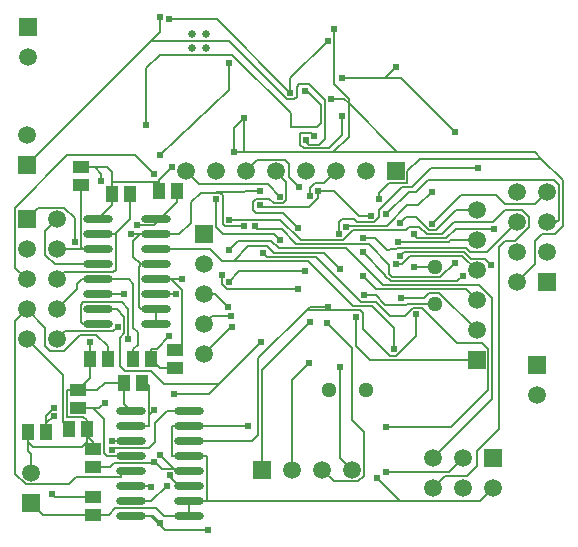
<source format=gbl>
%FSAX24Y24*%
%MOIN*%
G70*
G01*
G75*
G04 Layer_Physical_Order=2*
G04 Layer_Color=16711680*
%ADD10R,0.0177X0.0118*%
%ADD11R,0.0118X0.0177*%
%ADD12O,0.0118X0.0709*%
%ADD13O,0.0709X0.0118*%
%ADD14R,0.0197X0.0925*%
%ADD15R,0.0925X0.0984*%
%ADD16R,0.0591X0.0591*%
%ADD17R,0.0551X0.0433*%
%ADD18R,0.1024X0.0945*%
%ADD19R,0.0433X0.0551*%
%ADD20R,0.0866X0.0787*%
%ADD21R,0.0236X0.0126*%
%ADD22R,0.0126X0.0236*%
%ADD23O,0.0354X0.0118*%
%ADD24O,0.0118X0.0354*%
%ADD25R,0.1024X0.1024*%
%ADD26O,0.0591X0.0236*%
%ADD27C,0.0080*%
%ADD28R,0.0591X0.0591*%
%ADD29C,0.0591*%
%ADD30C,0.0512*%
%ADD31C,0.0240*%
%ADD32C,0.0260*%
%ADD33O,0.0984X0.0276*%
D16*
X033450Y043600D02*
D03*
X029000Y033650D02*
D03*
X036700Y034050D02*
D03*
D17*
X026100Y037055D02*
D03*
Y037645D02*
D03*
X022950Y043745D02*
D03*
Y043155D02*
D03*
X023350Y034345D02*
D03*
Y033755D02*
D03*
Y032155D02*
D03*
Y032745D02*
D03*
X022850Y036295D02*
D03*
Y035705D02*
D03*
D19*
X021205Y034900D02*
D03*
X021795D02*
D03*
X024005Y042850D02*
D03*
X024595D02*
D03*
X023145Y035000D02*
D03*
X022555D02*
D03*
X023255Y037350D02*
D03*
X023845D02*
D03*
X025295D02*
D03*
X024705D02*
D03*
X025555Y042950D02*
D03*
X026145D02*
D03*
X024405Y036550D02*
D03*
X024995D02*
D03*
D27*
X028920Y042400D02*
X030550D01*
X033600Y032600D02*
X036250D01*
X027150D02*
X033600D01*
X024630Y041500D02*
X024923D01*
X025585Y042000D02*
X026145Y042560D01*
X025385Y041800D02*
X025585Y042000D01*
X022354Y035236D02*
X022555D01*
X024280Y033420D02*
Y033600D01*
X024100Y041500D02*
X024120D01*
X024995Y036490D02*
X025220D01*
Y035460D02*
Y036490D01*
X026340Y037645D02*
Y039630D01*
X025970Y040000D02*
X026340D01*
X025465D02*
X025970D01*
X022150Y041000D02*
X023040D01*
X025600Y034130D02*
X026060Y033670D01*
X024045Y033870D02*
X025460D01*
X023360Y035705D02*
X023575D01*
X025290Y047940D02*
X025590Y048240D01*
X028049Y040619D02*
X030541D01*
X030490Y038990D02*
X032261D01*
X030490D02*
X030580Y039080D01*
X033110Y046710D02*
X033630D01*
X025280Y032100D02*
X025750Y031630D01*
X025280Y032100D02*
X025359D01*
X027560Y036520D02*
X028960Y037920D01*
X027220Y036180D02*
X027560Y036520D01*
X031880Y045860D02*
Y046010D01*
Y044750D02*
Y045860D01*
X033510Y044230D01*
X031730Y046010D02*
X031880Y045860D01*
X038310Y044010D02*
X039020Y043300D01*
X038090Y044230D02*
X038310Y044010D01*
X031360Y044230D02*
X033510D01*
X028060D02*
X028400D01*
X025555Y043230D02*
Y043300D01*
Y042950D02*
Y043230D01*
X023415Y043745D02*
X023839D01*
X024005Y043230D02*
X025555D01*
X024005D02*
Y043580D01*
X023145Y034560D02*
Y034775D01*
X022985Y034400D02*
X023145Y034560D01*
X021205D02*
Y034900D01*
Y034265D02*
Y034560D01*
X021695Y032155D02*
X023350D01*
X021300Y032550D02*
X021695Y032155D01*
X026630Y041890D02*
Y042560D01*
X026950Y042880D01*
X028920Y042950D01*
Y042400D02*
Y042470D01*
X030550Y042400D02*
X030870Y042720D01*
Y042930D01*
X024612Y041518D02*
X024630Y041500D01*
X024960Y040500D02*
X025465D01*
X024880Y040420D02*
X024960Y040500D01*
X024880Y039080D02*
Y040420D01*
Y039080D02*
X024960Y039000D01*
X025465D01*
X026145Y042560D02*
Y042950D01*
X025465Y042000D02*
X025585D01*
X024830Y041800D02*
X025385D01*
X024042Y038272D02*
X024190Y038420D01*
X022422Y038272D02*
X024042D01*
X022150Y038000D02*
X022422Y038272D01*
X023990Y034310D02*
X024050Y034370D01*
X025240D01*
X025430Y034560D01*
Y035200D01*
X025830Y035600D01*
X026565D01*
X024280Y033600D02*
X024635D01*
X022810Y033420D02*
X024280D01*
X022550Y033160D02*
X022810Y033420D01*
X021120Y033160D02*
X022550D01*
X020760Y033520D02*
X021120Y033160D01*
X020760Y033520D02*
Y038610D01*
X021150Y039000D01*
X024120Y040320D02*
Y041500D01*
X024030Y040230D02*
X024120Y040320D01*
X022380Y040230D02*
X024030D01*
X022150Y040000D02*
X022380Y040230D01*
X024595Y041995D02*
Y042850D01*
X024100Y041500D02*
X024595Y041995D01*
X023535Y041500D02*
X024100D01*
X021795Y034900D02*
Y035201D01*
Y035455D01*
X022050Y035710D01*
X023990Y034600D02*
X024635D01*
X021795Y035201D02*
X022050Y035455D01*
X026060Y033670D02*
X026130Y033600D01*
X025660Y033670D02*
X026060D01*
X025390Y033900D02*
X025460Y033870D01*
X025140Y045130D02*
Y047040D01*
X025590Y047490D01*
X028010D01*
X029970Y045530D01*
Y045070D02*
Y045530D01*
Y045070D02*
X030818D01*
X030948Y045200D01*
Y045812D01*
X030490Y046270D02*
X030948Y045812D01*
X030440Y046270D02*
X030490D01*
X025460Y033870D02*
X025660Y033670D01*
X023930Y033755D02*
X024045Y033870D01*
X023350Y033755D02*
X023930D01*
X026130Y033600D02*
X026565D01*
X030470Y044580D02*
Y044650D01*
Y044580D02*
X030560Y044490D01*
X030880D01*
X031078Y044688D01*
Y045972D01*
X030550Y046500D02*
X031078Y045972D01*
X030240Y046500D02*
X030550D01*
X030150Y046410D02*
X030240Y046500D01*
X030150Y046080D02*
Y046410D01*
X030070Y046000D02*
X030150Y046080D01*
X029840Y046000D02*
X030070D01*
X027900Y047940D02*
X029840Y046000D01*
X025290Y047940D02*
X027900D01*
X021150Y043800D02*
X025290Y047940D01*
X035670Y040780D02*
X036150Y040300D01*
X033916Y040780D02*
X035670D01*
X033656Y040520D02*
X033916Y040780D01*
X033450Y040520D02*
X033656D01*
X035450Y041690D02*
X036740D01*
X035140Y041380D02*
X035450Y041690D01*
X034170Y041380D02*
X035140D01*
X034050Y041500D02*
X034170Y041380D01*
X031610Y034040D02*
X032000Y033650D01*
X031610Y034040D02*
Y037090D01*
X030000Y036650D02*
X030570Y037220D01*
X030000Y033650D02*
Y036650D01*
X027330Y038780D02*
X027970D01*
X027050Y038500D02*
X027330Y038780D01*
X032360Y040120D02*
X032810Y039670D01*
X035780D01*
X036150Y039300D01*
X034670Y041850D02*
X035630Y042810D01*
X036810D01*
X037110Y042510D01*
X038110D01*
X038500Y042900D01*
X029390Y041520D02*
X029610Y041300D01*
X027680Y041520D02*
X029390D01*
X027450Y041750D02*
X027680Y041520D01*
X027450Y041750D02*
Y042670D01*
X029900Y043410D02*
X030240Y043070D01*
X029900Y043410D02*
Y043850D01*
X029760Y043990D02*
X029900Y043850D01*
X028840Y043990D02*
X029760D01*
X028450Y043600D02*
X028840Y043990D01*
X033590Y041860D02*
X033790Y042060D01*
X034140D01*
X034560Y041640D01*
X034800D01*
X035460Y042300D01*
X036150D01*
X033600Y040776D02*
X033734Y040910D01*
X035740D01*
X035960Y040690D01*
X036420D01*
X036630Y040480D01*
X034050Y040410D02*
X034750D01*
X038500Y041900D02*
X038800D01*
X038890Y041990D01*
Y043140D01*
X038720Y043310D02*
X038890Y043140D01*
X034531Y043310D02*
X038720D01*
X034135Y042915D02*
X034531Y043310D01*
X033885Y042915D02*
X034135D01*
X033130Y042160D02*
X033885Y042915D01*
X036510Y040910D02*
X037500Y041900D01*
X035925Y040910D02*
X036510D01*
X035795Y041040D02*
X035925Y040910D01*
X033580Y041040D02*
X035795D01*
X033154Y040986D02*
X033580Y041040D01*
X032750Y041390D02*
X033154Y040986D01*
X032360Y041390D02*
X032750D01*
X031056Y040880D02*
X031586Y040350D01*
X029379Y040880D02*
X031056D01*
X029147Y041112D02*
X029379Y040880D01*
X028542Y041112D02*
X029147D01*
X028049Y040619D02*
X028542Y041112D01*
X027654Y040619D02*
X028049D01*
X027273Y041000D02*
X027654Y040619D01*
X025465Y041000D02*
X027273D01*
X030541Y040619D02*
X032040Y039120D01*
X032657D01*
X033400Y038377D01*
Y037680D02*
Y038377D01*
X028870Y037370D02*
X030490Y038990D01*
X032261D02*
X032371Y038880D01*
Y038329D02*
Y038880D01*
Y038329D02*
X033270Y037430D01*
X033460D01*
X034130Y038100D01*
Y038840D01*
X025920Y033415D02*
Y033460D01*
Y033415D02*
X026235Y033100D01*
X026565D01*
X025465Y039500D02*
X026113D01*
X034631Y043710D02*
X036200D01*
X033986Y043064D02*
X034631Y043710D01*
X033654Y043064D02*
X033986D01*
X032910Y042320D02*
X033654Y043064D01*
X032910Y042080D02*
Y042320D01*
X032740Y041910D02*
X032910Y042080D01*
X032146Y041910D02*
X032740D01*
X032052Y042005D02*
X032146Y041910D01*
X031655Y042005D02*
X032052D01*
X031570Y041920D02*
X031655Y042005D01*
X031570Y041510D02*
Y041920D01*
X028228Y040260D02*
X030430D01*
X027888Y039920D02*
X028228Y040260D01*
X033130Y035070D02*
X035305D01*
X036535Y036300D01*
Y037675D01*
X036320Y037890D02*
X036535Y037675D01*
X035500Y037890D02*
X036320D01*
X034340Y039050D02*
X035500Y037890D01*
X034030Y039050D02*
X034340D01*
X033760Y038780D02*
X034030Y039050D01*
X033270Y038780D02*
X033760D01*
X032800Y039250D02*
X033270Y038780D01*
X032280Y039250D02*
X032800D01*
X030780Y040750D02*
X032280Y039250D01*
X029170Y040750D02*
X030780D01*
X029030Y040890D02*
X029170Y040750D01*
X027910Y041970D02*
X029610D01*
X030280Y041300D01*
X031685D01*
X032035Y041650D01*
X033800D01*
X033902Y041752D01*
X034240D01*
X034482Y041510D01*
X035010D01*
X035410Y041910D01*
X036690D01*
X037100Y042320D01*
X037650D01*
X037890Y042080D01*
Y041740D02*
Y042080D01*
X037440Y041290D02*
X037890Y041740D01*
X037110Y041290D02*
X037440D01*
X036880Y041060D02*
X037110Y041290D01*
X036880Y035000D02*
Y041060D01*
X036160Y034280D02*
X036880Y035000D01*
X036160Y033760D02*
Y034280D01*
X035840Y033440D02*
X036160Y033760D01*
X035090Y033440D02*
X035840D01*
X034700Y033050D02*
X035090Y033440D01*
X033630Y046710D02*
X035420Y044920D01*
X028750Y041760D02*
X028844Y041666D01*
X029648D01*
X030144Y041170D01*
X032555D01*
X033240Y040485D01*
Y040160D02*
Y040485D01*
Y040160D02*
X033340Y040060D01*
X034940D01*
X035430Y040550D01*
X023535Y039500D02*
X024400D01*
X025555Y043300D02*
X026007Y043753D01*
X024405Y035831D02*
Y036550D01*
Y035831D02*
X024635Y035600D01*
X025480Y037680D02*
X025900Y038100D01*
X025295Y037680D02*
X025480D01*
X025295Y037350D02*
Y037680D01*
X025591Y037055D02*
X026100D01*
X025295Y037350D02*
X025591Y037055D01*
X021205Y034265D02*
X021300Y034170D01*
Y033550D02*
Y034170D01*
X023255Y036700D02*
Y037350D01*
X022850Y036295D02*
X023255Y036700D01*
X023839Y043745D02*
X024005Y043580D01*
Y042469D02*
Y042850D01*
X023535Y042000D02*
X024005Y042469D01*
X022950Y043745D02*
X023415D01*
X023640Y043520D01*
Y043265D02*
Y043520D01*
X032910Y042660D02*
Y042880D01*
X033240Y043210D01*
X033840D01*
Y043600D01*
X034250Y044010D01*
X038310D01*
X038110Y040510D02*
Y041280D01*
X037500Y039900D02*
X038110Y040510D01*
X031390Y046500D02*
Y048353D01*
Y046500D02*
X031880Y046010D01*
X031360Y044230D02*
X031880Y044750D01*
X028400Y044230D02*
X031360D01*
X028400D02*
Y045380D01*
X027880Y046310D02*
Y047200D01*
X025610Y044150D02*
X027880Y046310D01*
X034700Y034050D02*
X036665Y036015D01*
Y039360D01*
X036225Y039800D02*
X036665Y039360D01*
X033022Y039800D02*
X036225D01*
X031782Y041040D02*
X033022Y039800D01*
X029560Y041040D02*
X031782D01*
X029310Y041290D02*
X029560Y041040D01*
X028211Y041290D02*
X029310D01*
X027910Y040989D02*
X028211Y041290D01*
X032221Y042120D02*
X032620D01*
X031411Y042930D02*
X032221Y042120D01*
X030870Y042930D02*
X031411D01*
X031810Y041730D02*
X031860Y041780D01*
X033150D01*
X033830Y042460D01*
X034210D01*
X034655Y042905D01*
X023845Y037350D02*
Y037760D01*
X023470Y038135D02*
X023845Y037760D01*
X022925Y038135D02*
X023470D01*
X022400Y037610D02*
X022925Y038135D01*
X021920Y037610D02*
X022400D01*
X021760Y037770D02*
X021920Y037610D01*
X021760Y037770D02*
Y038390D01*
X021150Y039000D02*
X021760Y038390D01*
X025740Y036520D02*
X027560D01*
X025310Y036950D02*
X025740Y036520D01*
X024430Y036950D02*
X025310D01*
X024260Y037120D02*
X024430Y036950D01*
X024260Y037120D02*
Y038058D01*
X024408Y038206D01*
Y038752D01*
X024160Y039000D02*
X024408Y038752D01*
X023535Y039000D02*
X024160D01*
X024635Y033100D02*
X025250D01*
X025290Y033060D01*
X025359Y032100D02*
X025589Y031870D01*
X024538Y038020D02*
Y039012D01*
X024320Y039230D02*
X024538Y039012D01*
X023040Y039230D02*
X024320D01*
X022950Y039140D02*
X023040Y039230D01*
X022950Y038590D02*
Y039140D01*
Y038590D02*
X023040Y038500D01*
X023535D01*
Y040000D02*
X024545D01*
X024705Y039840D01*
Y038375D02*
Y039840D01*
Y038375D02*
X024850Y038230D01*
Y037810D02*
Y038230D01*
X024705Y037665D02*
X024850Y037810D01*
X024705Y037350D02*
Y037665D01*
X024703Y040757D02*
X024960Y040500D01*
X024703Y040757D02*
Y041280D01*
X024923Y041500D01*
X025465D01*
X028060Y044230D02*
Y045040D01*
X028400Y045380D01*
X031290Y046010D02*
X031730D01*
X033510Y044230D02*
X038090D01*
X039020Y041760D02*
Y043300D01*
X038340Y041510D02*
X038770D01*
X038110Y041280D02*
X038340Y041510D01*
X038770D02*
X039020Y041760D01*
X027840Y039670D02*
X030210D01*
X027670Y039840D02*
X027840Y039670D01*
X027670Y039840D02*
Y040130D01*
X031670Y046710D02*
X033110D01*
X033460Y047060D01*
X030640Y044860D02*
X030740Y044760D01*
X030260Y044860D02*
X030640D01*
X030260Y044480D02*
Y044860D01*
Y044480D02*
X030380Y044360D01*
X031230D01*
X031670Y044800D01*
Y045455D01*
X035270Y041300D02*
X036150D01*
X035220Y041250D02*
X035270Y041300D01*
X033530Y041250D02*
X035220D01*
X026450Y043600D02*
X026890Y043160D01*
X029180D01*
X029600Y042740D01*
X029450Y043600D02*
X029810Y043240D01*
Y042640D02*
Y043240D01*
X029700Y042530D02*
X029810Y042640D01*
X029390Y042530D02*
X029700D01*
X029240Y042680D02*
X029390Y042530D01*
X028800Y042680D02*
X029240D01*
X028710Y042590D02*
X028800Y042680D01*
X028710Y042310D02*
Y042590D01*
Y042310D02*
X028800Y042220D01*
X029698D01*
X030208Y041710D01*
X027760Y041760D02*
X028400D01*
X027680Y041840D02*
X027760Y041760D01*
X027680Y041840D02*
Y042800D01*
X027600Y042880D02*
X027680Y042800D01*
X026950Y042880D02*
X027600D01*
X026240Y041500D02*
X026630Y041890D01*
X025465Y041500D02*
X026240D01*
X034910Y039540D02*
X036150Y038300D01*
X034570Y039540D02*
X034910D01*
X034391Y039361D02*
X034570Y039540D01*
X033630Y039361D02*
X034391D01*
X032360Y040900D02*
X033110Y040150D01*
Y040100D02*
Y040150D01*
Y040100D02*
X033280Y039930D01*
X035500D01*
X035690Y040120D01*
X030580Y039080D02*
X031180D01*
X028870Y034810D02*
Y037370D01*
X028660Y034600D02*
X028870Y034810D01*
X026565Y034600D02*
X028660D01*
X031155Y038545D02*
X031990Y037710D01*
Y035320D02*
Y037710D01*
Y035320D02*
X032390Y034920D01*
Y033440D02*
Y034920D01*
X032210Y033260D02*
X032390Y033440D01*
X031390Y033260D02*
X032210D01*
X031000Y033650D02*
X031390Y033260D01*
X032600Y037300D02*
X036150D01*
X032140Y037760D02*
X032600Y037300D01*
X032140Y037760D02*
Y038740D01*
X033850Y039190D02*
X034750D01*
X033790Y039130D02*
X033850Y039190D01*
X033110Y039130D02*
X033790D01*
X032780Y039460D02*
X033110Y039130D01*
X032380Y039460D02*
X032780D01*
X031060Y043210D02*
X031450Y043600D01*
X030772Y043210D02*
X031060D01*
X030602Y043040D02*
X030772Y043210D01*
X030602Y042780D02*
Y043040D01*
X025910Y048670D02*
X027480D01*
X029940Y046210D01*
X025590Y048240D02*
Y048750D01*
X022983Y040000D02*
X023535D01*
X022823Y039840D02*
X022983Y040000D01*
X022823Y039673D02*
Y039840D01*
X022150Y039000D02*
X022823Y039673D01*
X022080Y040500D02*
X023535D01*
X021760Y040820D02*
X022080Y040500D01*
X021760Y040820D02*
Y041610D01*
X022150Y042000D01*
X029940Y046700D02*
X031180Y047940D01*
X029940Y046210D02*
Y046700D01*
X024005Y042850D02*
Y043230D01*
X027964Y038414D02*
X028000D01*
X027050Y037500D02*
X027964Y038414D01*
X025750Y031630D02*
X027210D01*
X024635Y032100D02*
X025280D01*
X027420Y039500D02*
X027850Y039070D01*
X027050Y039500D02*
X027420D01*
X022555Y035000D02*
Y035236D01*
X022354D02*
Y036796D01*
X021150Y038000D02*
X022354Y036796D01*
X022484Y036295D02*
X022850D01*
X022484Y035398D02*
Y036295D01*
Y035398D02*
X023040D01*
X023145Y035293D01*
Y035000D02*
Y035293D01*
X035240Y033590D02*
X035700Y034050D01*
X033130Y033590D02*
X035240D01*
X022950Y041453D02*
Y043155D01*
Y041453D02*
X022960Y041443D01*
Y041080D02*
Y041443D01*
Y041080D02*
X023040Y041000D01*
X023535D01*
X021150Y042000D02*
X021540Y042390D01*
X022400D01*
X022750Y042040D01*
Y041230D02*
Y042040D01*
X023575Y035705D02*
X023750Y035880D01*
X026070Y036180D02*
X027220D01*
X025310Y032600D02*
X025830Y033120D01*
X024635Y032600D02*
X025310D01*
X023350Y032155D02*
X023885D01*
X024100Y032370D01*
X025460D01*
X025730Y032100D01*
X026565D01*
X025220Y035100D02*
Y035460D01*
X025390Y035630D01*
X024760Y044130D02*
X025390Y043500D01*
X022500Y044130D02*
X024760D01*
X020760Y042390D02*
X022500Y044130D01*
X020760Y040390D02*
Y042390D01*
Y040390D02*
X021150Y040000D01*
X023255Y037350D02*
Y037900D01*
X023840Y034100D02*
X024635D01*
X023720Y034220D02*
X023840Y034100D01*
X023720Y034220D02*
Y035345D01*
X023360Y035705D02*
X023720Y035345D01*
X022850Y035705D02*
X023360D01*
X032840Y033360D02*
X033600Y032600D01*
X036250D02*
X036700Y033050D01*
X029000Y033650D02*
Y036979D01*
X030602Y038580D01*
X022105Y032745D02*
X023350D01*
X022000Y032850D02*
X022105Y032745D01*
X026565Y035100D02*
X028520D01*
X026100Y037645D02*
X026340D01*
X025970Y040000D02*
X026340Y039630D01*
X024995Y036490D02*
Y036550D01*
X024635Y035100D02*
X025220D01*
X021205Y034560D02*
X021365Y034400D01*
X022985D01*
X026565Y032600D02*
X027150D01*
Y034100D01*
X026565D02*
X027150D01*
X025980Y035100D02*
X026565D01*
X025980Y034100D02*
Y035100D01*
Y034100D02*
X026565D01*
Y032100D02*
Y032600D01*
X025465Y038500D02*
Y039000D01*
X023755Y036550D02*
X024405D01*
X023500Y036295D02*
X023755Y036550D01*
X022850Y036295D02*
X023500D01*
X023145Y034775D02*
Y035000D01*
Y034775D02*
X023350Y034570D01*
Y034345D02*
Y034570D01*
D28*
X036150Y037300D02*
D03*
X038150Y037150D02*
D03*
X027050Y041500D02*
D03*
X021300Y032550D02*
D03*
X038500Y039900D02*
D03*
X021150Y043800D02*
D03*
Y042000D02*
D03*
X021200Y048400D02*
D03*
D29*
X036150Y038300D02*
D03*
Y039300D02*
D03*
Y040300D02*
D03*
Y041300D02*
D03*
Y042300D02*
D03*
X032450Y043600D02*
D03*
X031450D02*
D03*
X030450D02*
D03*
X029450D02*
D03*
X028450D02*
D03*
X027450D02*
D03*
X026450D02*
D03*
X038150Y036150D02*
D03*
X027050Y037500D02*
D03*
Y038500D02*
D03*
Y039500D02*
D03*
Y040500D02*
D03*
X021300Y033550D02*
D03*
X032000Y033650D02*
D03*
X031000D02*
D03*
X030000D02*
D03*
X034700Y033050D02*
D03*
Y034050D02*
D03*
X035700Y033050D02*
D03*
Y034050D02*
D03*
X036700Y033050D02*
D03*
X037500Y039900D02*
D03*
X038500Y040900D02*
D03*
X037500D02*
D03*
X038500Y041900D02*
D03*
X037500D02*
D03*
X038500Y042900D02*
D03*
X037500D02*
D03*
X021150Y044800D02*
D03*
X022150Y042000D02*
D03*
X021150Y041000D02*
D03*
X022150D02*
D03*
X021150Y040000D02*
D03*
X022150D02*
D03*
X021150Y039000D02*
D03*
X022150D02*
D03*
X021150Y038000D02*
D03*
X022150D02*
D03*
X021200Y047400D02*
D03*
D30*
X031240Y036300D02*
D03*
X032460D02*
D03*
X034750Y039190D02*
D03*
Y040410D02*
D03*
D31*
X028920Y042950D02*
D03*
Y042470D02*
D03*
X024612Y041518D02*
D03*
X024830Y041800D02*
D03*
X024190Y038420D02*
D03*
X023990Y034310D02*
D03*
X026340Y040000D02*
D03*
X022050Y035710D02*
D03*
X023990Y034600D02*
D03*
X022050Y035455D02*
D03*
X025390Y033900D02*
D03*
X025140Y045130D02*
D03*
X030440Y046270D02*
D03*
X025600Y034130D02*
D03*
X030470Y044650D02*
D03*
X033450Y040520D02*
D03*
X036740Y041690D02*
D03*
X034050Y041500D02*
D03*
X031610Y037090D02*
D03*
X030570Y037220D02*
D03*
X027970Y038780D02*
D03*
X032360Y040120D02*
D03*
X034670Y041850D02*
D03*
X029610Y041300D02*
D03*
X027450Y042670D02*
D03*
X030240Y043070D02*
D03*
X033590Y041860D02*
D03*
X033600Y040776D02*
D03*
X036630Y040480D02*
D03*
X034050Y040410D02*
D03*
X033130Y042160D02*
D03*
X032360Y041390D02*
D03*
X031586Y040350D02*
D03*
X033400Y037680D02*
D03*
X034130Y038840D02*
D03*
X025920Y033460D02*
D03*
X026113Y039500D02*
D03*
X036200Y043710D02*
D03*
X031570Y041510D02*
D03*
X030430Y040260D02*
D03*
X027888Y039920D02*
D03*
X033130Y035070D02*
D03*
X029030Y040890D02*
D03*
X027910Y041970D02*
D03*
X035420Y044920D02*
D03*
X031670Y046710D02*
D03*
X028750Y041760D02*
D03*
X035430Y040550D02*
D03*
X026007Y043753D02*
D03*
X025900Y038100D02*
D03*
X023640Y043265D02*
D03*
X032910Y042660D02*
D03*
X031390Y048353D02*
D03*
X027880Y047200D02*
D03*
X025610Y044150D02*
D03*
X027910Y040989D02*
D03*
X032620Y042120D02*
D03*
X030870Y042930D02*
D03*
X031810Y041730D02*
D03*
X034655Y042905D02*
D03*
X028960Y037920D02*
D03*
X025290Y033060D02*
D03*
X024400Y039500D02*
D03*
X025589Y031870D02*
D03*
X024538Y038020D02*
D03*
X028400Y045380D02*
D03*
X031290Y046010D02*
D03*
X028060Y044230D02*
D03*
X030210Y039670D02*
D03*
X027670Y040130D02*
D03*
X033460Y047060D02*
D03*
X030740Y044760D02*
D03*
X031670Y045455D02*
D03*
X033530Y041250D02*
D03*
X029600Y042740D02*
D03*
X030208Y041710D02*
D03*
X028400Y041760D02*
D03*
X033630Y039361D02*
D03*
X032360Y040900D02*
D03*
X035690Y040120D02*
D03*
X031180Y039080D02*
D03*
X031155Y038545D02*
D03*
X032140Y038740D02*
D03*
X032380Y039460D02*
D03*
X030602Y042780D02*
D03*
X025910Y048670D02*
D03*
X029940Y046210D02*
D03*
X025590Y048750D02*
D03*
X031180Y047940D02*
D03*
X028000Y038414D02*
D03*
X027210Y031630D02*
D03*
X027850Y039070D02*
D03*
X033130Y033590D02*
D03*
X022750Y041230D02*
D03*
X023750Y035880D02*
D03*
X026070Y036180D02*
D03*
X025830Y033120D02*
D03*
X025390Y035630D02*
D03*
Y043500D02*
D03*
X023255Y037900D02*
D03*
X032840Y033360D02*
D03*
X030602Y038580D02*
D03*
X022000Y032850D02*
D03*
X028520Y035100D02*
D03*
D32*
X026664Y048186D02*
D03*
X027136D02*
D03*
X026664Y047714D02*
D03*
X027136D02*
D03*
D33*
X024635Y032100D02*
D03*
Y032600D02*
D03*
Y033100D02*
D03*
Y033600D02*
D03*
Y034100D02*
D03*
Y034600D02*
D03*
Y035100D02*
D03*
Y035600D02*
D03*
X026565Y032100D02*
D03*
Y032600D02*
D03*
Y033100D02*
D03*
Y033600D02*
D03*
Y034100D02*
D03*
Y034600D02*
D03*
Y035100D02*
D03*
Y035600D02*
D03*
X023535Y038500D02*
D03*
Y039000D02*
D03*
Y039500D02*
D03*
Y040000D02*
D03*
Y040500D02*
D03*
Y041000D02*
D03*
Y041500D02*
D03*
Y042000D02*
D03*
X025465Y038500D02*
D03*
Y039000D02*
D03*
Y039500D02*
D03*
Y040000D02*
D03*
Y040500D02*
D03*
Y041000D02*
D03*
Y041500D02*
D03*
Y042000D02*
D03*
M02*

</source>
